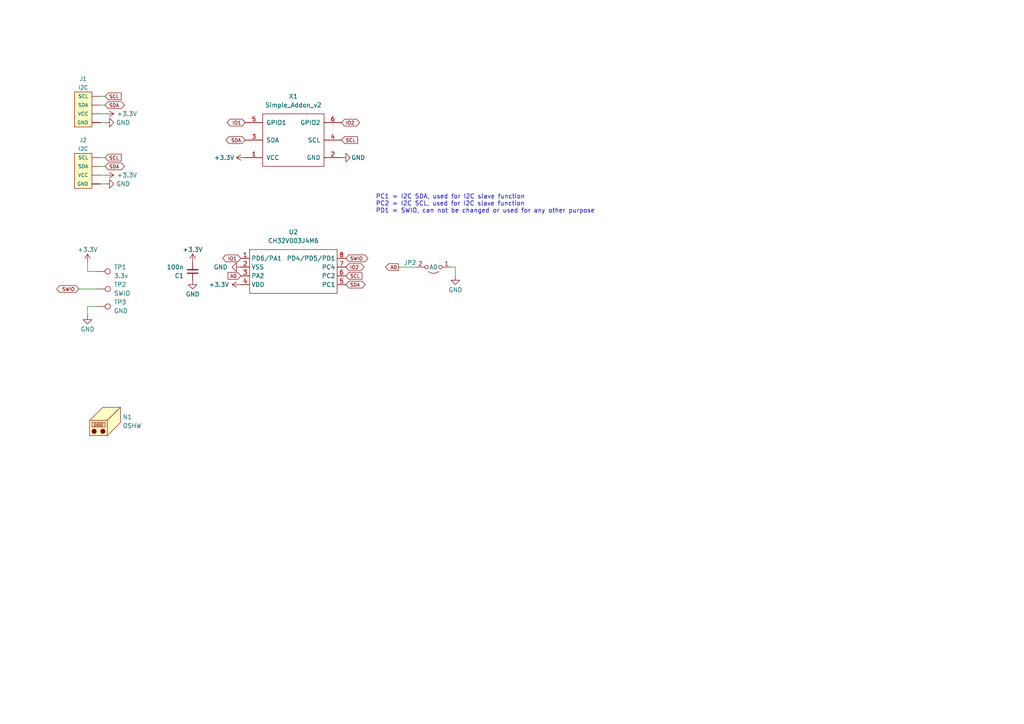
<source format=kicad_sch>
(kicad_sch (version 20231120) (generator "eeschema") (generator_version "7.99")
  (paper "A4")
  (title_block (title "QWIIC to SAO adapter") (date "2024-01-05") (rev "0.1") (company "Nicolai Electronics"))
  (lib_symbols
    (symbol "Connector:TestPoint" (pin_numbers hide) (pin_names (offset 0.762) hide)
      (property "Reference" "TP" (at 0 6.858 0))
      (property "Value" "TestPoint" (at 0 5.08 0))
      (symbol "TestPoint_0_1"
        (circle (center 0 3.302) (radius 0.762))
      )
      (symbol "TestPoint_1_1"
        (pin passive line (at 0 0 90) (length 2.54) (name "1") (number "1"))
      )
    )
    (symbol "Mechanical:Housing" (pin_names (offset 1.016))
      (property "Reference" "N" (at 3.81 0 0))
      (property "Value" "Housing" (at 3.81 -1.905 0))
      (symbol "Housing_0_1"
        (rectangle (start -5.08 -0.635) (end -1.27 -1.905))
        (circle (center -4.445 -3.175) (radius 0.635) (fill (type outline)))
        (circle (center -1.905 -3.175) (radius 0.635) (fill (type outline)))
        (polyline (pts (xy -4.5212 -1.5748) (xy -4.4704 -1.3716)))
        (polyline (pts (xy -4.4196 -1.6764) (xy -4.064 -1.6764)))
        (polyline (pts (xy -4.4196 -1.2192) (xy -4.3688 -0.9652)))
        (polyline (pts (xy -4.318 -1.3208) (xy -4.0132 -1.3208)))
        (polyline (pts (xy -4.2164 -0.9144) (xy -3.9116 -0.9144)))
        (polyline (pts (xy -3.9116 -1.6256) (xy -3.8608 -1.3716)))
        (polyline (pts (xy -3.81 -1.2192) (xy -3.7592 -0.9652)))
        (polyline (pts (xy -3.6068 -1.5748) (xy -3.556 -1.3716)))
        (polyline (pts (xy -3.5052 -1.6764) (xy -3.1496 -1.6764)))
        (polyline (pts (xy -3.5052 -1.2192) (xy -3.4544 -0.9652)))
        (polyline (pts (xy -3.4036 -1.3208) (xy -3.0988 -1.3208)))
        (polyline (pts (xy -3.302 -0.9144) (xy -2.9972 -0.9144)))
        (polyline (pts (xy -2.9972 -1.6256) (xy -2.9464 -1.3716)))
        (polyline (pts (xy -2.8956 -1.2192) (xy -2.8448 -0.9652)))
        (polyline (pts (xy -2.6924 -1.5748) (xy -2.6416 -1.3716)))
        (polyline (pts (xy -2.5908 -1.6764) (xy -2.2352 -1.6764)))
        (polyline (pts (xy -2.5908 -1.2192) (xy -2.54 -0.9652)))
        (polyline (pts (xy -2.4892 -1.3208) (xy -2.1844 -1.3208)))
        (polyline (pts (xy -2.3876 -0.9144) (xy -2.0828 -0.9144)))
        (polyline (pts (xy -2.0828 -1.6256) (xy -2.032 -1.3716)))
        (polyline (pts (xy -1.9812 -1.2192) (xy -1.9304 -0.9652)))
        (polyline (pts (xy -0.635 0) (xy -0.635 -4.445)))
        (polyline (pts (xy -5.715 0) (xy -0.635 0) (xy 3.175 3.81)))
        (polyline (pts (xy -5.715 0) (xy -5.715 -4.445) (xy -0.635 -4.445) (xy 3.175 -0.635) (xy 3.175 3.81) (xy -1.905 3.81) (xy -5.715 0)) (fill (type background)))
      )
    )
    (symbol "Simple_Addon_v2:Simple_Addon_v2" (pin_names (offset 1.016))
      (property "Reference" "X" (at 0 0 0))
      (property "Value" "Simple_Addon_v2" (at 0 20.32 0))
      (symbol "Simple_Addon_v2_0_1"
        (rectangle (start -7.62 8.89) (end 7.62 -8.89))
      )
      (symbol "Simple_Addon_v2_1_1"
        (pin input line (at -5.08 13.97 270) (length 5.08) (name "VCC") (number "1"))
        (pin input line (at -5.08 -13.97 90) (length 5.08) (name "GND") (number "2"))
        (pin input line (at 0 13.97 270) (length 5.08) (name "SDA") (number "3"))
        (pin input line (at 0 -13.97 90) (length 5.08) (name "SCL") (number "4"))
        (pin input line (at 5.08 13.97 270) (length 5.08) (name "GPIO1") (number "5"))
        (pin input line (at 5.08 -13.97 90) (length 5.08) (name "GPIO2") (number "6"))
      )
    )
    (symbol "ch32v003:CH32V003J4M6"
      (property "Reference" "U" (at 0 7.62 0))
      (property "Value" "CH32V003J4M6" (at 0 -5.08 0))
      (symbol "CH32V003J4M6_0_1"
        (rectangle (start -12.7 6.35) (end 12.7 -6.35))
      )
      (symbol "CH32V003J4M6_1_1"
        (pin bidirectional line (at -15.24 3.81 0) (length 2.54) (name "PD6/PA1") (number "1"))
        (pin power_in line (at -15.24 1.27 0) (length 2.54) (name "VSS") (number "2"))
        (pin bidirectional line (at -15.24 -1.27 0) (length 2.54) (name "PA2") (number "3"))
        (pin power_in line (at -15.24 -3.81 0) (length 2.54) (name "VDD") (number "4"))
        (pin bidirectional line (at 15.24 -3.81 180) (length 2.54) (name "PC1") (number "5"))
        (pin bidirectional line (at 15.24 -1.27 180) (length 2.54) (name "PC2") (number "6"))
        (pin bidirectional line (at 15.24 1.27 180) (length 2.54) (name "PC4") (number "7"))
        (pin bidirectional line (at 15.24 3.81 180) (length 2.54) (name "PD4/PD5/PD1") (number "8"))
      )
    )
    (symbol "power:+3.3V" (power) (pin_names (offset 0))
      (property "Value" "+3.3V" (at 0 3.556 0))
      (symbol "+3.3V_0_1"
        (polyline (pts (xy -0.762 1.27) (xy 0 2.54)))
        (polyline (pts (xy 0 0) (xy 0 2.54)))
        (polyline (pts (xy 0 2.54) (xy 0.762 1.27)))
      )
      (symbol "+3.3V_1_1"
        (pin power_in line (at 0 0 90) (length 0) hide (name "+3.3V") (number "1"))
      )
    )
    (symbol "power:GND" (power) (pin_names (offset 0))
      (property "Value" "GND" (at 0 -3.81 0))
      (symbol "GND_0_1"
        (polyline (pts (xy 0 0) (xy 0 -1.27) (xy 1.27 -1.27) (xy 0 -2.54) (xy -1.27 -1.27) (xy 0 -1.27)))
      )
      (symbol "GND_1_1"
        (pin power_in line (at 0 0 270) (length 0) hide (name "GND") (number "1"))
      )
    )
    (symbol "vfd:C_Small" (pin_numbers hide) (pin_names (offset 0.254) hide)
      (property "Reference" "C" (at 0.254 1.778 0))
      (property "Value" "C_Small" (at 0.254 -2.032 0))
      (symbol "C_Small_0_1"
        (polyline (pts (xy -1.524 -0.508) (xy 1.524 -0.508)) (stroke (width 0.3302)))
        (polyline (pts (xy -1.524 0.508) (xy 1.524 0.508)) (stroke (width 0.3048)))
      )
      (symbol "C_Small_1_1"
        (pin passive line (at 0 2.54 270) (length 2.032) (name "~") (number "1"))
        (pin passive line (at 0 -2.54 90) (length 2.032) (name "~") (number "2"))
      )
    )
    (symbol "vfd:Jumper_2_Open" (pin_names (offset 0) hide)
      (property "Reference" "JP" (at 0 2.794 0))
      (property "Value" "Jumper_2_Open" (at 0 -2.286 0))
      (symbol "Jumper_2_Open_0_0"
        (circle (center -2.032 0) (radius 0.508))
        (circle (center 2.032 0) (radius 0.508))
      )
      (symbol "Jumper_2_Open_0_1"
        (arc (start 1.524 1.27) (mid 0 1.778) (end -1.524 1.27))
      )
      (symbol "Jumper_2_Open_1_1"
        (pin passive line (at -5.08 0 0) (length 2.54) (name "A") (number "1"))
        (pin passive line (at 5.08 0 180) (length 2.54) (name "B") (number "2"))
      )
    )
    (symbol "vfd:qwiic" (pin_numbers hide) (pin_names (offset 1.016))
      (property "Reference" "J3" (at -3.81 10.16 0))
      (property "Value" "I2C" (at -10.16 3.81 90))
      (property "Field4" "CONN-13694" (at -7.62 3.81 90))
      (symbol "qwiic_1_0"
        (rectangle (start 0 -1.27) (end -5.08 8.89) (fill (type background)))
      )
      (symbol "qwiic_1_1"
        (pin power_in line (at 2.54 0 180) (length 2.54) (name "GND") (number "1"))
        (pin power_in line (at 2.54 2.54 180) (length 2.54) (name "VCC") (number "2"))
        (pin passive line (at 2.54 5.08 180) (length 2.54) (name "SDA") (number "3"))
        (pin passive line (at 2.54 7.62 180) (length 2.54) (name "SCL") (number "4"))
        (pin power_in line (at 2.54 0 180) (length 2.54) (name "~") (number "5"))
        (pin power_in line (at 2.54 0 180) (length 2.54) (name "~") (number "6"))
      )
    )
  )
  (wire (pts (xy 29.21 45.72) (xy 30.48 45.72)))
  (wire (pts (xy 25.4 78.74) (xy 27.94 78.74)))
  (wire (pts (xy 29.21 27.94) (xy 30.48 27.94)))
  (wire (pts (xy 29.21 30.48) (xy 30.48 30.48)))
  (wire (pts (xy 27.94 88.9) (xy 25.4 88.9)))
  (wire (pts (xy 29.21 48.26) (xy 30.48 48.26)))
  (wire (pts (xy 29.21 53.34) (xy 30.48 53.34)))
  (wire (pts (xy 25.4 88.9) (xy 25.4 91.44)))
  (wire (pts (xy 132.08 77.47) (xy 132.08 80.01)))
  (wire (pts (xy 130.81 77.47) (xy 132.08 77.47)))
  (wire (pts (xy 29.21 50.8) (xy 30.48 50.8)))
  (wire (pts (xy 29.21 35.56) (xy 30.48 35.56)))
  (wire (pts (xy 25.4 76.2) (xy 25.4 78.74)))
  (wire (pts (xy 22.86 83.82) (xy 27.94 83.82)))
  (wire (pts (xy 115.57 77.47) (xy 120.65 77.47)))
  (wire (pts (xy 29.21 33.02) (xy 30.48 33.02)))
  (text "PC1 = I2C SDA, used for I2C slave function\nPC2 = I2C SCL, used for I2C slave function\nPD1 = SWIO, can not be changed or used for any other purpose" (at 108.966 59.182 0) (effects (font (size 1.27 1.27)) (justify left)))
  (global_label "SDA" (shape bidirectional) (at 71.12 40.64 180) (effects (font (size 1 1))) (property "Intersheetrefs" "${INTERSHEET_REFS}" (effects (hide yes))))
  (global_label "SCL" (shape input) (at 100.33 80.01 0) (effects (font (size 1 1))) (property "Intersheetrefs" "${INTERSHEET_REFS}" (effects (hide yes))))
  (global_label "SDA" (shape bidirectional) (at 100.33 82.55 0) (effects (font (size 1 1))) (property "Intersheetrefs" "${INTERSHEET_REFS}" (effects (hide yes))))
  (global_label "SCL" (shape input) (at 30.48 45.72 0) (effects (font (size 1 1))) (property "Intersheetrefs" "${INTERSHEET_REFS}" (effects (hide yes))))
  (global_label "A0" (shape output) (at 115.57 77.47 180) (effects (font (size 1 1))) (property "Intersheetrefs" "${INTERSHEET_REFS}" (effects (hide yes))))
  (global_label "SCL" (shape input) (at 99.06 40.64 0) (effects (font (size 1 1))) (property "Intersheetrefs" "${INTERSHEET_REFS}" (effects (hide yes))))
  (global_label "SWIO" (shape bidirectional) (at 22.86 83.82 180) (effects (font (size 1 1))) (property "Intersheetrefs" "${INTERSHEET_REFS}" (effects (hide yes))))
  (global_label "A0" (shape input) (at 69.85 80.01 180) (effects (font (size 1 1))) (property "Intersheetrefs" "${INTERSHEET_REFS}" (effects (hide yes))))
  (global_label "SCL" (shape input) (at 30.48 27.94 0) (effects (font (size 1 1))) (property "Intersheetrefs" "${INTERSHEET_REFS}" (effects (hide yes))))
  (global_label "SWIO" (shape bidirectional) (at 100.33 74.93 0) (effects (font (size 1 1))) (property "Intersheetrefs" "${INTERSHEET_REFS}" (effects (hide yes))))
  (global_label "IO2" (shape bidirectional) (at 100.33 77.47 0) (effects (font (size 1 1))) (property "Intersheetrefs" "${INTERSHEET_REFS}" (effects (hide yes))))
  (global_label "IO1" (shape bidirectional) (at 71.12 35.56 180) (effects (font (size 1 1))) (property "Intersheetrefs" "${INTERSHEET_REFS}" (effects (hide yes))))
  (global_label "SDA" (shape bidirectional) (at 30.48 48.26 0) (effects (font (size 1 1))) (property "Intersheetrefs" "${INTERSHEET_REFS}" (effects (hide yes))))
  (global_label "IO2" (shape bidirectional) (at 99.06 35.56 0) (effects (font (size 1 1))) (property "Intersheetrefs" "${INTERSHEET_REFS}" (effects (hide yes))))
  (global_label "IO1" (shape bidirectional) (at 69.85 74.93 180) (effects (font (size 1 1))) (property "Intersheetrefs" "${INTERSHEET_REFS}" (effects (hide yes))))
  (global_label "SDA" (shape bidirectional) (at 30.48 30.48 0) (effects (font (size 1 1))) (property "Intersheetrefs" "${INTERSHEET_REFS}" (effects (hide yes))))
  (symbol (lib_id "vfd:qwiic") (at 26.67 53.34 0) (unit 1)
    (property "Reference" "J2" (at 24.13 40.64 0) (effects (font (size 1.143 1.143))))
    (property "Value" "I2C" (at 24.13 43.18 0) (effects (font (size 1.143 1.143))))
    (property "Footprint" "custom:1X04_1MM_RA_GND" (effects (hide yes)))
    (property "Datasheet" "https://datasheet.lcsc.com/lcsc/1811151533_JST-Sales-America-SM04B-SRSS-TB-LF-SN_C160404.pdf" (effects (hide yes)))
    (property "LCSC" "C160404" (effects (hide yes)))
  )
  (symbol (lib_id "power:GND") (at 99.06 45.72 90) (unit 1)
    (property "Reference" "#PWR013" (effects (hide yes)))
    (property "Value" "GND" (at 103.886 45.72 90))
  )
  (symbol (lib_id "Connector:TestPoint") (at 27.94 83.82 270) (unit 1)
    (property "Reference" "TP2" (at 33.02 82.5499 90) (effects (justify left)))
    (property "Value" "SWIO" (at 33.02 85.0899 90) (effects (justify left)))
    (property "Footprint" "TestPoint:TestPoint_Pad_D2.0mm" (effects (hide yes)))
    (property "Description" "test point" (effects (hide yes)))
    (property "LCSC" "-" (effects (hide yes)))
  )
  (symbol (lib_id "vfd:qwiic") (at 26.67 35.56 0) (unit 1)
    (property "Reference" "J1" (at 24.13 22.86 0) (effects (font (size 1.143 1.143))))
    (property "Value" "I2C" (at 24.13 25.4 0) (effects (font (size 1.143 1.143))))
    (property "Footprint" "custom:1X04_1MM_RA_GND" (effects (hide yes)))
    (property "Datasheet" "https://datasheet.lcsc.com/lcsc/1811151533_JST-Sales-America-SM04B-SRSS-TB-LF-SN_C160404.pdf" (effects (hide yes)))
    (property "LCSC" "C160404" (effects (hide yes)))
  )
  (symbol (lib_id "power:+3.3V") (at 55.88 76.2 0) (unit 1)
    (property "Reference" "#PWR07" (effects (hide yes)))
    (property "Value" "+3.3V" (at 55.88 72.39 0))
  )
  (symbol (lib_id "power:+3.3V") (at 69.85 82.55 90) (unit 1)
    (property "Reference" "#PWR012" (effects (hide yes)))
    (property "Value" "+3.3V" (at 63.5 82.55 90))
  )
  (symbol (lib_id "power:GND") (at 132.08 80.01 0) (unit 1)
    (property "Reference" "#PWR014" (effects (hide yes)))
    (property "Value" "GND" (at 132.08 84.074 0))
  )
  (symbol (lib_id "Connector:TestPoint") (at 27.94 78.74 270) (unit 1)
    (property "Reference" "TP1" (at 33.02 77.4699 90) (effects (justify left)))
    (property "Value" "3.3v" (at 33.02 80.0099 90) (effects (justify left)))
    (property "Footprint" "TestPoint:TestPoint_Pad_D2.0mm" (effects (hide yes)))
    (property "Description" "test point" (effects (hide yes)))
    (property "LCSC" "-" (effects (hide yes)))
  )
  (symbol (lib_id "power:GND") (at 30.48 53.34 90) (unit 1)
    (property "Reference" "#PWR06" (effects (hide yes)))
    (property "Value" "GND" (at 33.655 53.34 90) (effects (justify right)))
  )
  (symbol (lib_id "power:+3.3V") (at 30.48 33.02 270) (unit 1)
    (property "Reference" "#PWR03" (effects (hide yes)))
    (property "Value" "+3.3V" (at 36.83 33.02 90))
  )
  (symbol (lib_id "power:GND") (at 30.48 35.56 90) (unit 1)
    (property "Reference" "#PWR04" (effects (hide yes)))
    (property "Value" "GND" (at 33.655 35.56 90) (effects (justify right)))
  )
  (symbol (lib_id "power:GND") (at 55.88 81.28 0) (unit 1)
    (property "Reference" "#PWR08" (effects (hide yes)))
    (property "Value" "GND" (at 55.88 85.344 0))
  )
  (symbol (lib_id "power:+3.3V") (at 71.12 45.72 90) (unit 1)
    (property "Reference" "#PWR09" (effects (hide yes)))
    (property "Value" "+3.3V" (at 65.024 45.72 90))
  )
  (symbol (lib_id "vfd:C_Small") (at 55.88 78.74 180) (unit 1)
    (property "Reference" "C1" (at 53.34 80.0037 0) (effects (justify left)))
    (property "Value" "100n" (at 53.34 77.4637 0) (effects (justify left)))
    (property "Footprint" "Capacitor_SMD:C_0805_2012Metric" (effects (hide yes)))
  )
  (symbol (lib_id "power:GND") (at 69.85 77.47 270) (unit 1)
    (property "Reference" "#PWR011" (effects (hide yes)))
    (property "Value" "GND" (at 66.04 77.47 90) (effects (justify right)))
  )
  (symbol (lib_id "vfd:Jumper_2_Open") (at 125.73 77.47 180) (unit 1)
    (property "Reference" "JP2" (at 117.094 76.2 0) (effects (justify right)))
    (property "Value" "A0" (at 124.46 77.47 0) (effects (justify right)))
    (property "Footprint" "Jumper:SolderJumper-2_P1.3mm_Open_TrianglePad1.0x1.5mm" (effects (hide yes)))
    (property "Description" "Jumper, 2-pole, open" (effects (hide yes)))
    (property "LCSC" "-" (effects (hide yes)))
  )
  (symbol (lib_id "Simple_Addon_v2:Simple_Addon_v2") (at 85.09 40.64 90) (unit 1)
    (property "Reference" "X1" (at 85.09 27.94 90))
    (property "Value" "Simple_Addon_v2" (at 85.09 30.48 90))
    (property "Footprint" "Simple_Addon_v2:Simple_Addon_v2-BADGE-2x3" (effects (hide yes)))
  )
  (symbol (lib_id "power:GND") (at 25.4 91.44 0) (unit 1)
    (property "Reference" "#PWR02" (effects (hide yes)))
    (property "Value" "GND" (at 25.4 95.504 0))
  )
  (symbol (lib_id "Mechanical:Housing") (at 31.75 121.92 0) (unit 1)
    (property "Reference" "N1" (at 35.56 120.9674 0) (effects (justify left)))
    (property "Value" "OSHW" (at 35.56 123.5074 0) (effects (justify left)))
    (property "Footprint" "custom:OSHW-Logo2_7.3x6mm_Mask" (effects (hide yes)))
    (property "Description" "Housing" (effects (hide yes)))
  )
  (symbol (lib_id "power:+3.3V") (at 30.48 50.8 270) (unit 1)
    (property "Reference" "#PWR05" (effects (hide yes)))
    (property "Value" "+3.3V" (at 36.83 50.8 90))
  )
  (symbol (lib_id "power:+3.3V") (at 25.4 76.2 0) (unit 1)
    (property "Reference" "#PWR01" (effects (hide yes)))
    (property "Value" "+3.3V" (at 25.4 72.39 0))
  )
  (symbol (lib_id "ch32v003:CH32V003J4M6") (at 85.09 78.74 0) (unit 1)
    (property "Reference" "U2" (at 85.09 67.31 0))
    (property "Value" "CH32V003J4M6" (at 85.09 69.85 0))
    (property "Footprint" "Package_SO:SSOP-8_3.9x5.05mm_P1.27mm" (effects (hide yes)))
  )
  (symbol (lib_id "Connector:TestPoint") (at 27.94 88.9 270) (unit 1)
    (property "Reference" "TP3" (at 33.02 87.6299 90) (effects (justify left)))
    (property "Value" "GND" (at 33.02 90.1699 90) (effects (justify left)))
    (property "Footprint" "TestPoint:TestPoint_Pad_D2.0mm" (effects (hide yes)))
    (property "Description" "test point" (effects (hide yes)))
    (property "LCSC" "-" (effects (hide yes)))
  )
)
</source>
